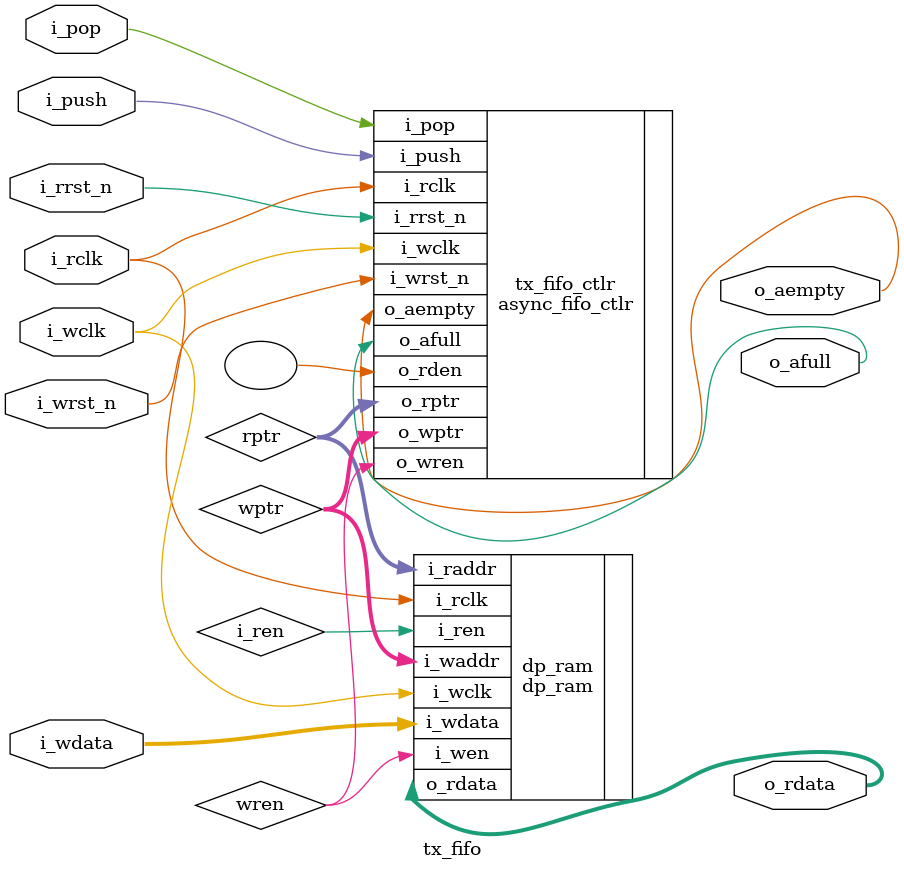
<source format=v>
    

`timescale 1ns/1ns

module tx_fifo #(
   parameter DATA_WIDTH = 8,
   parameter PTR_WIDTH  = 11
  )
  (
  input  wire                     i_wclk, 
  input  wire                     i_wrst_n,
  input  wire                     i_push, 
  input  wire [DATA_WIDTH-1:0]    i_wdata, 
  input  wire                     i_rclk, 
  input  wire                     i_rrst_n, 
  input  wire                     i_pop, 
  output wire [DATA_WIDTH-1:0]    o_rdata,
  output wire                     o_afull,
  output wire                     o_aempty

  );

//_____________________________________________________________________________
// Declarations
   
  wire                 fifo_empty, fifo_full;

  wire                 wren;
  wire [PTR_WIDTH-1:0] wptr, rptr;
  reg  [PTR_WIDTH-1:0] wptr_g2b_synch, rptr_g2b_synch;

//_____________________________________________________________________________
// Logic
   

//_____________________________________________________________________________
// Instantiation

  async_fifo_ctlr tx_fifo_ctlr
    (
    .i_wclk              (i_wclk), 
    .i_wrst_n            (i_wrst_n),
    .o_wptr              (wptr), 
    .o_wren              (wren), 
    .i_push              (i_push), 
    .i_rclk              (i_rclk), 
    .i_rrst_n            (i_rrst_n), 
    .i_pop               (i_pop), 
    .o_rptr              (rptr),
    .o_rden              (),
    .o_afull             (o_afull),
    .o_aempty            (o_aempty)
  
    );
  
  dp_ram dp_ram 
  (
     .i_wclk             (i_wclk),
     .i_waddr            (wptr), 
     .i_wen              (wren), 
     .i_wdata            (i_wdata), 
     .i_rclk             (i_rclk),
     .i_raddr            (rptr), 
     .i_ren              (i_ren), 
     .o_rdata            (o_rdata)
  
     );
  

endmodule

</source>
